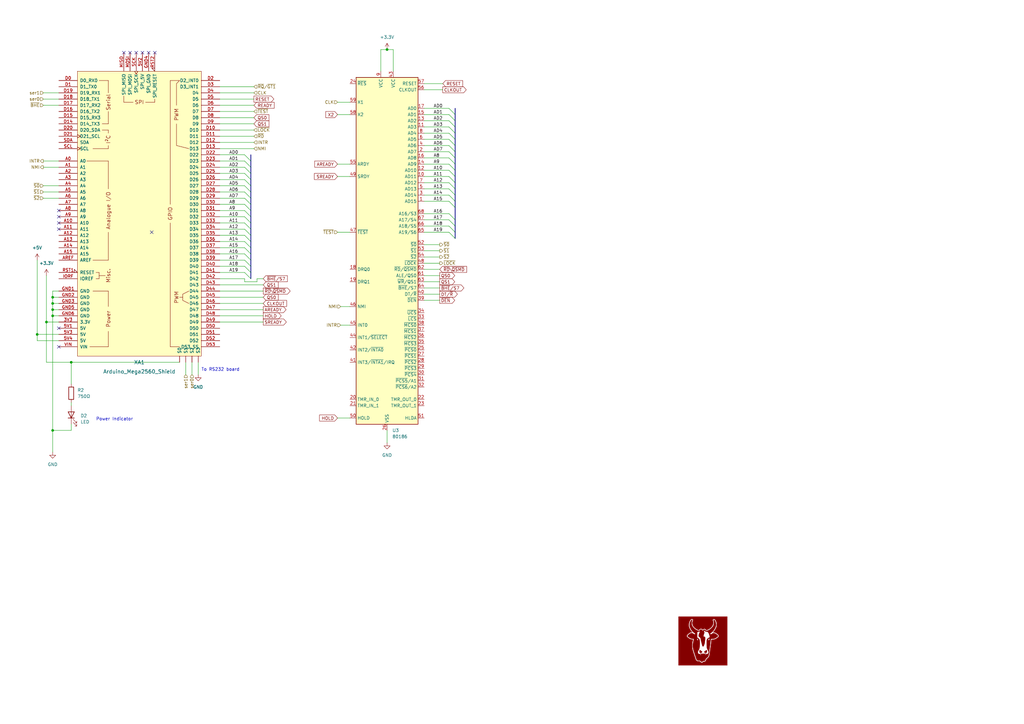
<source format=kicad_sch>
(kicad_sch (version 20250114) (generator "eeschema") (generator_version "9.0")
  (paper "A3")
  (title_block (title "ArduinoX86 80186 Shield") (date "2025-08-29") (rev "v1.0"))
  (lib_symbols
    (symbol "Arduino_Library:Arduino_Mega2560_Shield" (pin_names (offset 1.016))
      (property "Reference" "XA1" (at 0 -60.96 0))
      (property "Value" "Arduino_Mega2560_Shield" (at 0 -64.77 0))
      (symbol "Arduino_Mega2560_Shield_0_0"
        (text "Serial" (at -12.7 45.72 900) (effects (font (size 1.524 1.524))))
        (text "I²C" (at -12.7 30.48 900) (effects (font (size 1.524 1.524))))
        (text "Analogue I/O" (at -12.7 1.27 900) (effects (font (size 1.524 1.524))))
        (text "Misc." (at -12.7 -25.4 900) (effects (font (size 1.524 1.524))))
        (text "Power" (at -12.7 -43.18 900) (effects (font (size 1.524 1.524))))
        (text "SPI" (at 0 45.72 0) (effects (font (size 1.524 1.524))))
        (text "PWM" (at 15.24 40.64 900) (effects (font (size 1.524 1.524))))
        (text "PWM" (at 15.24 -34.29 900) (effects (font (size 1.524 1.524))))
      )
      (symbol "Arduino_Mega2560_Shield_1_0"
        (text "GPIO" (at 12.7 0 900) (effects (font (size 1.524 1.524))))
      )
      (symbol "Arduino_Mega2560_Shield_1_1"
        (pin bidirectional line (at -33.02 54.61 0) (length 7.62) (name "D0_RX0") (number "D0"))
        (pin bidirectional line (at -33.02 52.07 0) (length 7.62) (name "D1_TX0") (number "D1"))
        (pin bidirectional line (at -33.02 49.53 0) (length 7.62) (name "D19_RX1") (number "D19"))
        (pin bidirectional line (at -33.02 46.99 0) (length 7.62) (name "D18_TX1") (number "D18"))
        (pin bidirectional line (at -33.02 44.45 0) (length 7.62) (name "D17_RX2") (number "D17"))
        (pin bidirectional line (at -33.02 41.91 0) (length 7.62) (name "D16_TX2") (number "D16"))
        (pin bidirectional line (at -33.02 39.37 0) (length 7.62) (name "D15_RX3") (number "D15"))
        (pin bidirectional line (at -33.02 36.83 0) (length 7.62) (name "D14_TX3") (number "D14"))
        (pin bidirectional line (at -33.02 34.29 0) (length 7.62) (name "D20_SDA") (number "D20"))
        (pin bidirectional clock (at -33.02 31.75 0) (length 7.62) (name "D21_SCL") (number "D21"))
        (pin bidirectional line (at -33.02 29.21 0) (length 7.62) (name "SDA") (number "SDA"))
        (pin bidirectional clock (at -33.02 26.67 0) (length 7.62) (name "SCL") (number "SCL"))
        (pin bidirectional line (at -33.02 21.59 0) (length 7.62) (name "A0") (number "A0"))
        (pin bidirectional line (at -33.02 19.05 0) (length 7.62) (name "A1") (number "A1"))
        (pin bidirectional line (at -33.02 16.51 0) (length 7.62) (name "A2") (number "A2"))
        (pin bidirectional line (at -33.02 13.97 0) (length 7.62) (name "A3") (number "A3"))
        (pin bidirectional line (at -33.02 11.43 0) (length 7.62) (name "A4") (number "A4"))
        (pin bidirectional line (at -33.02 8.89 0) (length 7.62) (name "A5") (number "A5"))
        (pin bidirectional line (at -33.02 6.35 0) (length 7.62) (name "A6") (number "A6"))
        (pin bidirectional line (at -33.02 3.81 0) (length 7.62) (name "A7") (number "A7"))
        (pin bidirectional line (at -33.02 1.27 0) (length 7.62) (name "A8") (number "A8"))
        (pin bidirectional line (at -33.02 -1.27 0) (length 7.62) (name "A9") (number "A9"))
        (pin bidirectional line (at -33.02 -3.81 0) (length 7.62) (name "A10") (number "A10"))
        (pin bidirectional line (at -33.02 -6.35 0) (length 7.62) (name "A11") (number "A11"))
        (pin bidirectional line (at -33.02 -8.89 0) (length 7.62) (name "A12") (number "A12"))
        (pin bidirectional line (at -33.02 -11.43 0) (length 7.62) (name "A13") (number "A13"))
        (pin bidirectional line (at -33.02 -13.97 0) (length 7.62) (name "A14") (number "A14"))
        (pin bidirectional line (at -33.02 -16.51 0) (length 7.62) (name "A15") (number "A15"))
        (pin input line (at -33.02 -19.05 0) (length 7.62) (name "AREF") (number "AREF"))
        (pin open_collector input_low (at -33.02 -24.13 0) (length 7.62) (name "RESET") (number "RST1"))
        (pin output line (at -33.02 -26.67 0) (length 7.62) (name "IOREF") (number "IORF"))
        (pin power_in line (at -33.02 -31.75 0) (length 7.62) (name "GND") (number "GND1"))
        (pin power_in line (at -33.02 -34.29 0) (length 7.62) (name "GND") (number "GND2"))
        (pin power_in line (at -33.02 -36.83 0) (length 7.62) (name "GND") (number "GND3"))
        (pin power_in line (at -33.02 -39.37 0) (length 7.62) (name "GND") (number "GND5"))
        (pin power_in line (at -33.02 -41.91 0) (length 7.62) (name "GND") (number "GND6"))
        (pin power_out line (at -33.02 -44.45 0) (length 7.62) (name "3.3V") (number "3V3"))
        (pin power_in line (at -33.02 -46.99 0) (length 7.62) (name "5V") (number "5V1"))
        (pin power_in line (at -33.02 -49.53 0) (length 7.62) (name "5V") (number "5V3"))
        (pin power_in line (at -33.02 -52.07 0) (length 7.62) (name "5V") (number "5V4"))
        (pin power_in line (at -33.02 -54.61 0) (length 7.62) (name "VIN") (number "VIN"))
        (pin input line (at -6.35 66.04 270) (length 7.62) (name "SPI_MISO") (number "MISO"))
        (pin output line (at -3.81 66.04 270) (length 7.62) (name "SPI_MOSI") (number "MOSI"))
        (pin output clock (at -1.27 66.04 270) (length 7.62) (name "SPI_SCK") (number "SCK"))
        (pin power_in line (at 1.27 66.04 270) (length 7.62) (name "SPI_5V") (number "5V2"))
        (pin power_in line (at 3.81 66.04 270) (length 7.62) (name "SPI_GND") (number "GND4"))
        (pin open_collector input_low (at 6.35 66.04 270) (length 7.62) (name "SPI_RESET") (number "RST2"))
        (pin power_in line (at 16.51 -60.96 90) (length 2.54) (name "S0") (number ""))
        (pin bidirectional line (at 19.05 -60.96 90) (length 2.54) (name "S1") (number ""))
        (pin bidirectional line (at 21.59 -60.96 90) (length 2.54) (name "S2") (number ""))
        (pin power_in line (at 24.13 -60.96 90) (length 2.54) (name "S3") (number ""))
        (pin bidirectional line (at 33.02 54.61 180) (length 7.62) (name "D2_INT0") (number "D2"))
        (pin bidirectional line (at 33.02 52.07 180) (length 7.62) (name "D3_INT1") (number "D3"))
        (pin bidirectional line (at 33.02 49.53 180) (length 7.62) (name "D4") (number "D4"))
        (pin bidirectional line (at 33.02 46.99 180) (length 7.62) (name "D5") (number "D5"))
        (pin bidirectional line (at 33.02 44.45 180) (length 7.62) (name "D6") (number "D6"))
        (pin bidirectional line (at 33.02 41.91 180) (length 7.62) (name "D7") (number "D7"))
        (pin bidirectional line (at 33.02 39.37 180) (length 7.62) (name "D8") (number "D8"))
        (pin bidirectional line (at 33.02 36.83 180) (length 7.62) (name "D9") (number "D9"))
        (pin bidirectional line (at 33.02 34.29 180) (length 7.62) (name "D10") (number "D10"))
        (pin bidirectional line (at 33.02 31.75 180) (length 7.62) (name "D11") (number "D11"))
        (pin bidirectional line (at 33.02 29.21 180) (length 7.62) (name "D12") (number "D12"))
        (pin bidirectional line (at 33.02 26.67 180) (length 7.62) (name "D13") (number "D13"))
        (pin bidirectional line (at 33.02 24.13 180) (length 7.62) (name "D22") (number "D22"))
        (pin bidirectional line (at 33.02 21.59 180) (length 7.62) (name "D23") (number "D23"))
        (pin bidirectional line (at 33.02 19.05 180) (length 7.62) (name "D24") (number "D24"))
        (pin bidirectional line (at 33.02 16.51 180) (length 7.62) (name "D25") (number "D25"))
        (pin bidirectional line (at 33.02 13.97 180) (length 7.62) (name "D26") (number "D26"))
        (pin bidirectional line (at 33.02 11.43 180) (length 7.62) (name "D27") (number "D27"))
        (pin bidirectional line (at 33.02 8.89 180) (length 7.62) (name "D28") (number "D28"))
        (pin bidirectional line (at 33.02 6.35 180) (length 7.62) (name "D29") (number "D29"))
        (pin bidirectional line (at 33.02 3.81 180) (length 7.62) (name "D30") (number "D30"))
        (pin bidirectional line (at 33.02 1.27 180) (length 7.62) (name "D31") (number "D31"))
        (pin bidirectional line (at 33.02 -1.27 180) (length 7.62) (name "D32") (number "D32"))
        (pin bidirectional line (at 33.02 -3.81 180) (length 7.62) (name "D33") (number "D33"))
        (pin bidirectional line (at 33.02 -6.35 180) (length 7.62) (name "D34") (number "D34"))
        (pin bidirectional line (at 33.02 -8.89 180) (length 7.62) (name "D35") (number "D35"))
        (pin bidirectional line (at 33.02 -11.43 180) (length 7.62) (name "D36") (number "D36"))
        (pin bidirectional line (at 33.02 -13.97 180) (length 7.62) (name "D37") (number "D37"))
        (pin bidirectional line (at 33.02 -16.51 180) (length 7.62) (name "D38") (number "D38"))
        (pin bidirectional line (at 33.02 -19.05 180) (length 7.62) (name "D39") (number "D39"))
        (pin bidirectional line (at 33.02 -21.59 180) (length 7.62) (name "D40") (number "D40"))
        (pin bidirectional line (at 33.02 -24.13 180) (length 7.62) (name "D41") (number "D41"))
        (pin bidirectional line (at 33.02 -26.67 180) (length 7.62) (name "D42") (number "D42"))
        (pin bidirectional line (at 33.02 -29.21 180) (length 7.62) (name "D43") (number "D43"))
        (pin bidirectional line (at 33.02 -31.75 180) (length 7.62) (name "D44") (number "D44"))
        (pin bidirectional line (at 33.02 -34.29 180) (length 7.62) (name "D45") (number "D45"))
        (pin bidirectional line (at 33.02 -36.83 180) (length 7.62) (name "D46") (number "D46"))
        (pin bidirectional line (at 33.02 -39.37 180) (length 7.62) (name "D47") (number "D47"))
        (pin bidirectional line (at 33.02 -41.91 180) (length 7.62) (name "D48") (number "D48"))
        (pin bidirectional line (at 33.02 -44.45 180) (length 7.62) (name "D49") (number "D49"))
        (pin bidirectional line (at 33.02 -46.99 180) (length 7.62) (name "D50") (number "D50"))
        (pin bidirectional line (at 33.02 -49.53 180) (length 7.62) (name "D51") (number "D51"))
        (pin bidirectional line (at 33.02 -52.07 180) (length 7.62) (name "D52") (number "D52"))
        (pin bidirectional line (at 33.02 -54.61 180) (length 7.62) (name "D53_SS") (number "D53"))
      )
    )
    (symbol "Device:LED" (pin_numbers (hide yes)) (pin_names (offset 1.016) (hide yes))
      (property "Reference" "D" (at 0 2.54 0))
      (property "Value" "LED" (at 0 -2.54 0))
      (symbol "LED_1_1"
        (pin passive line (at -3.81 0 0) (length 2.54) (name "K") (number "1"))
        (pin passive line (at 3.81 0 180) (length 2.54) (name "A") (number "2"))
      )
    )
    (symbol "Device:R" (pin_numbers (hide yes)) (pin_names (offset 0))
      (property "Reference" "R" (at 2.032 0 90))
      (property "Value" "R" (at 0 0 90))
      (symbol "R_1_1"
        (pin passive line (at 0 3.81 270) (length 1.27) (name "~") (number "1"))
        (pin passive line (at 0 -3.81 90) (length 1.27) (name "~") (number "2"))
      )
    )
    (symbol "MCU_Intel:80186"
      (property "Reference" "U" (at -12.7 72.39 0))
      (property "Value" "80186" (at 10.16 72.39 0))
      (symbol "80186_1_1"
        (pin input line (at -15.24 68.58 0) (length 2.54) (name "~{RES}") (number "24"))
        (pin input line (at -15.24 60.96 0) (length 2.54) (name "X1") (number "59"))
        (pin output line (at -15.24 55.88 0) (length 2.54) (name "X2") (number "58"))
        (pin input line (at -15.24 35.56 0) (length 2.54) (name "ARDY") (number "55"))
        (pin input line (at -15.24 30.48 0) (length 2.54) (name "SRDY") (number "49"))
        (pin bidirectional line (at -15.24 7.62 0) (length 2.54) (name "~{TEST}") (number "47"))
        (pin input line (at -15.24 -7.62 0) (length 2.54) (name "DRQ0") (number "18"))
        (pin input line (at -15.24 -12.7 0) (length 2.54) (name "DRQ1") (number "19"))
        (pin input line (at -15.24 -22.86 0) (length 2.54) (name "NMI") (number "46"))
        (pin input line (at -15.24 -30.48 0) (length 2.54) (name "INT0") (number "45"))
        (pin input line (at -15.24 -35.56 0) (length 2.54) (name "INT1/~{SELECT}") (number "44"))
        (pin bidirectional line (at -15.24 -40.64 0) (length 2.54) (name "INT2/~{INTA0}") (number "42"))
        (pin bidirectional line (at -15.24 -45.72 0) (length 2.54) (name "INT3/~{INTA1}/IRQ") (number "41"))
        (pin input line (at -15.24 -60.96 0) (length 2.54) (name "TMR_IN_0") (number "20"))
        (pin input line (at -15.24 -63.5 0) (length 2.54) (name "TMR_IN_1") (number "21"))
        (pin input line (at -15.24 -68.58 0) (length 2.54) (name "HOLD") (number "50"))
        (pin power_in line (at -2.54 73.66 270) (length 2.54) (name "VCC") (number "9"))
        (pin power_in line (at 0 -73.66 90) (length 2.54) (name "VSS") (number "26"))
        (pin passive line (at 0 -73.66 90) (length 2.54) (hide yes) (name "VSS") (number "60"))
        (pin power_in line (at 2.54 73.66 270) (length 2.54) (name "VCC") (number "43"))
        (pin output line (at 15.24 68.58 180) (length 2.54) (name "RESET") (number "57"))
        (pin output line (at 15.24 66.04 180) (length 2.54) (name "CLKOUT") (number "56"))
        (pin bidirectional line (at 15.24 58.42 180) (length 2.54) (name "AD0") (number "17"))
        (pin bidirectional line (at 15.24 55.88 180) (length 2.54) (name "AD1") (number "15"))
        (pin bidirectional line (at 15.24 53.34 180) (length 2.54) (name "AD2") (number "13"))
        (pin bidirectional line (at 15.24 50.8 180) (length 2.54) (name "AD3") (number "11"))
        (pin bidirectional line (at 15.24 48.26 180) (length 2.54) (name "AD4") (number "8"))
        (pin bidirectional line (at 15.24 45.72 180) (length 2.54) (name "AD5") (number "6"))
        (pin bidirectional line (at 15.24 43.18 180) (length 2.54) (name "AD6") (number "4"))
        (pin bidirectional line (at 15.24 40.64 180) (length 2.54) (name "AD7") (number "2"))
        (pin bidirectional line (at 15.24 38.1 180) (length 2.54) (name "AD8") (number "16"))
        (pin bidirectional line (at 15.24 35.56 180) (length 2.54) (name "AD9") (number "14"))
        (pin bidirectional line (at 15.24 33.02 180) (length 2.54) (name "AD10") (number "12"))
        (pin bidirectional line (at 15.24 30.48 180) (length 2.54) (name "AD11") (number "10"))
        (pin bidirectional line (at 15.24 27.94 180) (length 2.54) (name "AD12") (number "7"))
        (pin bidirectional line (at 15.24 25.4 180) (length 2.54) (name "AD13") (number "5"))
        (pin bidirectional line (at 15.24 22.86 180) (length 2.54) (name "AD14") (number "3"))
        (pin bidirectional line (at 15.24 20.32 180) (length 2.54) (name "AD15") (number "1"))
        (pin output line (at 15.24 15.24 180) (length 2.54) (name "A16/S3") (number "68"))
        (pin output line (at 15.24 12.7 180) (length 2.54) (name "A17/S4") (number "67"))
        (pin output line (at 15.24 10.16 180) (length 2.54) (name "A18/S5") (number "66"))
        (pin output line (at 15.24 7.62 180) (length 2.54) (name "A19/S6") (number "65"))
        (pin output line (at 15.24 2.54 180) (length 2.54) (name "~{S0}") (number "52"))
        (pin output line (at 15.24 0 180) (length 2.54) (name "~{S1}") (number "53"))
        (pin output line (at 15.24 -2.54 180) (length 2.54) (name "~{S2}") (number "54"))
        (pin output line (at 15.24 -5.08 180) (length 2.54) (name "~{LOCK}") (number "48"))
        (pin output line (at 15.24 -7.62 180) (length 2.54) (name "~{RD}/~{QSMD}") (number "62"))
        (pin output line (at 15.24 -10.16 180) (length 2.54) (name "ALE/QS0") (number "61"))
        (pin output line (at 15.24 -12.7 180) (length 2.54) (name "~{WR}/QS1") (number "63"))
        (pin output line (at 15.24 -15.24 180) (length 2.54) (name "~{BHE}/S7") (number "64"))
        (pin output line (at 15.24 -17.78 180) (length 2.54) (name "DT/~{R}") (number "40"))
        (pin output line (at 15.24 -20.32 180) (length 2.54) (name "~{DEN}") (number "39"))
        (pin output line (at 15.24 -25.4 180) (length 2.54) (name "~{UCS}") (number "34"))
        (pin output line (at 15.24 -27.94 180) (length 2.54) (name "~{LCS}") (number "33"))
        (pin output line (at 15.24 -30.48 180) (length 2.54) (name "~{MCS0}") (number "38"))
        (pin output line (at 15.24 -33.02 180) (length 2.54) (name "~{MCS1}") (number "37"))
        (pin output line (at 15.24 -35.56 180) (length 2.54) (name "~{MCS2}") (number "36"))
        (pin output line (at 15.24 -38.1 180) (length 2.54) (name "~{MCS3}") (number "35"))
        (pin output line (at 15.24 -40.64 180) (length 2.54) (name "~{PCS0}") (number "25"))
        (pin output line (at 15.24 -43.18 180) (length 2.54) (name "~{PCS1}") (number "27"))
        (pin output line (at 15.24 -45.72 180) (length 2.54) (name "~{PCS2}") (number "28"))
        (pin output line (at 15.24 -48.26 180) (length 2.54) (name "~{PCS3}") (number "29"))
        (pin output line (at 15.24 -50.8 180) (length 2.54) (name "~{PCS4}") (number "30"))
        (pin output line (at 15.24 -53.34 180) (length 2.54) (name "~{PCS5}/A1") (number "31"))
        (pin output line (at 15.24 -55.88 180) (length 2.54) (name "~{PCS6}/A2") (number "32"))
        (pin output line (at 15.24 -60.96 180) (length 2.54) (name "TMR_OUT_0") (number "22"))
        (pin output line (at 15.24 -63.5 180) (length 2.54) (name "TMR_OUT_1") (number "23"))
        (pin output line (at 15.24 -68.58 180) (length 2.54) (name "HLDA") (number "51"))
      )
    )
    (symbol "logo:LOGO" (pin_names (offset 1.016)))
    (symbol "power:+3.3V" (power) (pin_names (offset 0))
      (property "Value" "+3.3V" (at 0 3.556 0))
      (symbol "+3.3V_1_1"
        (pin power_in line (at 0 0 90) (length 0) (hide yes) (name "+3.3V") (number "1"))
      )
    )
    (symbol "power:+5V" (power) (pin_names (offset 0))
      (property "Value" "+5V" (at 0 3.556 0))
      (symbol "+5V_1_1"
        (pin power_in line (at 0 0 90) (length 0) (hide yes) (name "+5V") (number "1"))
      )
    )
    (symbol "power:GND" (power) (pin_names (offset 0))
      (property "Value" "GND" (at 0 -3.81 0))
      (symbol "GND_1_1"
        (pin power_in line (at 0 0 270) (length 0) (hide yes) (name "GND") (number "1"))
      )
    )
  )
  (text "Power Indicator" (at 39.37 172.72 0) (effects (font (size 1.27 1.27)) (justify left bottom)))
  (text "To RS232 board" (at 82.55 152.4 0) (effects (font (size 1.27 1.27)) (justify left bottom)))
  (junction (at 158.75 20.32))
  (junction (at 21.59 121.92))
  (junction (at 21.59 129.54))
  (junction (at 21.59 176.53))
  (junction (at 19.05 132.08))
  (junction (at 15.24 137.16))
  (junction (at 29.21 148.59))
  (junction (at 21.59 127))
  (junction (at 21.59 124.46))
  (no_connect (at 24.13 91.44))
  (no_connect (at 50.8 21.59))
  (no_connect (at 53.34 21.59))
  (no_connect (at 55.88 21.59))
  (no_connect (at 24.13 134.62))
  (no_connect (at 62.23 95.25))
  (no_connect (at 24.13 86.36))
  (no_connect (at 24.13 142.24))
  (no_connect (at 58.42 21.59))
  (no_connect (at 60.96 21.59))
  (no_connect (at 63.5 21.59))
  (no_connect (at 24.13 93.98))
  (no_connect (at 24.13 88.9))
  (bus_entry (at 186.69 95.25) (size -2.54 -2.54))
  (bus_entry (at 186.69 72.39) (size -2.54 -2.54))
  (bus_entry (at 102.87 114.3) (size -2.54 -2.54))
  (bus_entry (at 102.87 101.6) (size -2.54 -2.54))
  (bus_entry (at 102.87 104.14) (size -2.54 -2.54))
  (bus_entry (at 102.87 99.06) (size -2.54 -2.54))
  (bus_entry (at 102.87 106.68) (size -2.54 -2.54))
  (bus_entry (at 102.87 111.76) (size -2.54 -2.54))
  (bus_entry (at 102.87 109.22) (size -2.54 -2.54))
  (bus_entry (at 102.87 81.28) (size -2.54 -2.54))
  (bus_entry (at 102.87 83.82) (size -2.54 -2.54))
  (bus_entry (at 102.87 86.36) (size -2.54 -2.54))
  (bus_entry (at 102.87 88.9) (size -2.54 -2.54))
  (bus_entry (at 102.87 66.04) (size -2.54 -2.54))
  (bus_entry (at 102.87 68.58) (size -2.54 -2.54))
  (bus_entry (at 102.87 71.12) (size -2.54 -2.54))
  (bus_entry (at 102.87 73.66) (size -2.54 -2.54))
  (bus_entry (at 102.87 76.2) (size -2.54 -2.54))
  (bus_entry (at 102.87 78.74) (size -2.54 -2.54))
  (bus_entry (at 102.87 91.44) (size -2.54 -2.54))
  (bus_entry (at 102.87 93.98) (size -2.54 -2.54))
  (bus_entry (at 102.87 96.52) (size -2.54 -2.54))
  (bus_entry (at 186.69 90.17) (size -2.54 -2.54))
  (bus_entry (at 186.69 85.09) (size -2.54 -2.54))
  (bus_entry (at 186.69 82.55) (size -2.54 -2.54))
  (bus_entry (at 186.69 67.31) (size -2.54 -2.54))
  (bus_entry (at 186.69 80.01) (size -2.54 -2.54))
  (bus_entry (at 186.69 69.85) (size -2.54 -2.54))
  (bus_entry (at 186.69 49.53) (size -2.54 -2.54))
  (bus_entry (at 186.69 77.47) (size -2.54 -2.54))
  (bus_entry (at 186.69 64.77) (size -2.54 -2.54))
  (bus_entry (at 186.69 74.93) (size -2.54 -2.54))
  (bus_entry (at 186.69 57.15) (size -2.54 -2.54))
  (bus_entry (at 186.69 97.79) (size -2.54 -2.54))
  (bus_entry (at 186.69 62.23) (size -2.54 -2.54))
  (bus_entry (at 186.69 92.71) (size -2.54 -2.54))
  (bus_entry (at 186.69 54.61) (size -2.54 -2.54))
  (bus_entry (at 186.69 59.69) (size -2.54 -2.54))
  (bus_entry (at 186.69 46.99) (size -2.54 -2.54))
  (bus_entry (at 186.69 52.07) (size -2.54 -2.54))
  (wire (pts (xy 19.05 113.03) (xy 19.05 132.08)))
  (wire (pts (xy 81.28 148.59) (xy 81.28 153.67)))
  (wire (pts (xy 173.99 46.99) (xy 184.15 46.99)))
  (wire (pts (xy 29.21 148.59) (xy 29.21 157.48)))
  (wire (pts (xy 173.99 95.25) (xy 184.15 95.25)))
  (wire (pts (xy 90.17 83.82) (xy 100.33 83.82)))
  (wire (pts (xy 90.17 119.38) (xy 107.95 119.38)))
  (bus (pts (xy 102.87 81.28) (xy 102.87 83.82)))
  (wire (pts (xy 105.41 114.3) (xy 105.41 115.57)))
  (wire (pts (xy 17.78 38.1) (xy 24.13 38.1)))
  (bus (pts (xy 186.69 74.93) (xy 186.69 77.47)))
  (bus (pts (xy 102.87 86.36) (xy 102.87 88.9)))
  (wire (pts (xy 90.17 81.28) (xy 100.33 81.28)))
  (wire (pts (xy 19.05 132.08) (xy 24.13 132.08)))
  (wire (pts (xy 107.95 114.3) (xy 105.41 114.3)))
  (bus (pts (xy 102.87 76.2) (xy 102.87 78.74)))
  (wire (pts (xy 173.99 82.55) (xy 184.15 82.55)))
  (wire (pts (xy 90.17 53.34) (xy 104.14 53.34)))
  (wire (pts (xy 90.17 38.1) (xy 104.14 38.1)))
  (wire (pts (xy 173.99 59.69) (xy 184.15 59.69)))
  (wire (pts (xy 173.99 54.61) (xy 184.15 54.61)))
  (wire (pts (xy 173.99 34.29) (xy 181.61 34.29)))
  (wire (pts (xy 90.17 55.88) (xy 104.14 55.88)))
  (wire (pts (xy 21.59 127) (xy 24.13 127)))
  (bus (pts (xy 186.69 82.55) (xy 186.69 85.09)))
  (wire (pts (xy 173.99 62.23) (xy 184.15 62.23)))
  (wire (pts (xy 90.17 86.36) (xy 100.33 86.36)))
  (wire (pts (xy 21.59 176.53) (xy 21.59 185.42)))
  (wire (pts (xy 29.21 148.59) (xy 73.66 148.59)))
  (bus (pts (xy 102.87 71.12) (xy 102.87 73.66)))
  (bus (pts (xy 186.69 77.47) (xy 186.69 80.01)))
  (wire (pts (xy 15.24 137.16) (xy 15.24 139.7)))
  (wire (pts (xy 29.21 176.53) (xy 21.59 176.53)))
  (wire (pts (xy 29.21 173.99) (xy 29.21 176.53)))
  (wire (pts (xy 173.99 67.31) (xy 184.15 67.31)))
  (wire (pts (xy 173.99 115.57) (xy 180.34 115.57)))
  (wire (pts (xy 105.41 115.57) (xy 100.33 115.57)))
  (bus (pts (xy 102.87 104.14) (xy 102.87 106.68)))
  (bus (pts (xy 102.87 111.76) (xy 102.87 114.3)))
  (bus (pts (xy 186.69 59.69) (xy 186.69 62.23)))
  (wire (pts (xy 90.17 99.06) (xy 100.33 99.06)))
  (wire (pts (xy 21.59 121.92) (xy 21.59 124.46)))
  (bus (pts (xy 186.69 85.09) (xy 186.69 90.17)))
  (wire (pts (xy 139.7 133.35) (xy 143.51 133.35)))
  (wire (pts (xy 158.75 176.53) (xy 158.75 181.61)))
  (wire (pts (xy 90.17 116.84) (xy 107.95 116.84)))
  (bus (pts (xy 186.69 80.01) (xy 186.69 82.55)))
  (bus (pts (xy 102.87 88.9) (xy 102.87 91.44)))
  (wire (pts (xy 138.43 41.91) (xy 143.51 41.91)))
  (wire (pts (xy 90.17 91.44) (xy 100.33 91.44)))
  (wire (pts (xy 138.43 95.25) (xy 143.51 95.25)))
  (wire (pts (xy 90.17 93.98) (xy 100.33 93.98)))
  (wire (pts (xy 90.17 114.3) (xy 100.33 114.3)))
  (wire (pts (xy 29.21 165.1) (xy 29.21 166.37)))
  (wire (pts (xy 90.17 66.04) (xy 100.33 66.04)))
  (bus (pts (xy 102.87 101.6) (xy 102.87 104.14)))
  (wire (pts (xy 17.78 78.74) (xy 24.13 78.74)))
  (wire (pts (xy 21.59 119.38) (xy 21.59 121.92)))
  (wire (pts (xy 173.99 107.95) (xy 180.34 107.95)))
  (bus (pts (xy 102.87 99.06) (xy 102.87 101.6)))
  (wire (pts (xy 90.17 121.92) (xy 107.95 121.92)))
  (wire (pts (xy 19.05 148.59) (xy 29.21 148.59)))
  (wire (pts (xy 90.17 40.64) (xy 104.14 40.64)))
  (wire (pts (xy 90.17 35.56) (xy 104.14 35.56)))
  (wire (pts (xy 17.78 66.04) (xy 24.13 66.04)))
  (wire (pts (xy 100.33 115.57) (xy 100.33 114.3)))
  (wire (pts (xy 90.17 96.52) (xy 100.33 96.52)))
  (bus (pts (xy 186.69 64.77) (xy 186.69 67.31)))
  (wire (pts (xy 173.99 72.39) (xy 184.15 72.39)))
  (wire (pts (xy 173.99 64.77) (xy 184.15 64.77)))
  (wire (pts (xy 15.24 106.68) (xy 15.24 137.16)))
  (bus (pts (xy 102.87 78.74) (xy 102.87 81.28)))
  (wire (pts (xy 173.99 90.17) (xy 184.15 90.17)))
  (wire (pts (xy 90.17 60.96) (xy 104.14 60.96)))
  (bus (pts (xy 102.87 109.22) (xy 102.87 111.76)))
  (wire (pts (xy 173.99 49.53) (xy 184.15 49.53)))
  (bus (pts (xy 186.69 67.31) (xy 186.69 69.85)))
  (wire (pts (xy 173.99 52.07) (xy 184.15 52.07)))
  (wire (pts (xy 173.99 36.83) (xy 181.61 36.83)))
  (wire (pts (xy 90.17 127) (xy 107.95 127)))
  (wire (pts (xy 21.59 127) (xy 21.59 129.54)))
  (wire (pts (xy 173.99 87.63) (xy 184.15 87.63)))
  (bus (pts (xy 186.69 72.39) (xy 186.69 74.93)))
  (wire (pts (xy 90.17 109.22) (xy 100.33 109.22)))
  (wire (pts (xy 19.05 132.08) (xy 19.05 148.59)))
  (bus (pts (xy 186.69 46.99) (xy 186.69 49.53)))
  (wire (pts (xy 24.13 137.16) (xy 15.24 137.16)))
  (wire (pts (xy 173.99 57.15) (xy 184.15 57.15)))
  (wire (pts (xy 173.99 77.47) (xy 184.15 77.47)))
  (wire (pts (xy 90.17 48.26) (xy 104.14 48.26)))
  (wire (pts (xy 90.17 111.76) (xy 100.33 111.76)))
  (bus (pts (xy 186.69 90.17) (xy 186.69 92.71)))
  (wire (pts (xy 173.99 80.01) (xy 184.15 80.01)))
  (wire (pts (xy 138.43 46.99) (xy 143.51 46.99)))
  (wire (pts (xy 173.99 110.49) (xy 180.34 110.49)))
  (wire (pts (xy 158.75 20.32) (xy 161.29 20.32)))
  (wire (pts (xy 138.43 67.31) (xy 143.51 67.31)))
  (wire (pts (xy 90.17 45.72) (xy 104.14 45.72)))
  (wire (pts (xy 17.78 40.64) (xy 24.13 40.64)))
  (wire (pts (xy 21.59 129.54) (xy 21.59 176.53)))
  (wire (pts (xy 156.21 29.21) (xy 156.21 20.32)))
  (wire (pts (xy 173.99 105.41) (xy 180.34 105.41)))
  (wire (pts (xy 173.99 118.11) (xy 180.34 118.11)))
  (wire (pts (xy 90.17 71.12) (xy 100.33 71.12)))
  (bus (pts (xy 102.87 63.5) (xy 102.87 66.04)))
  (wire (pts (xy 21.59 129.54) (xy 24.13 129.54)))
  (wire (pts (xy 90.17 58.42) (xy 104.14 58.42)))
  (wire (pts (xy 173.99 123.19) (xy 180.34 123.19)))
  (bus (pts (xy 186.69 44.45) (xy 186.69 46.99)))
  (bus (pts (xy 186.69 95.25) (xy 186.69 97.79)))
  (bus (pts (xy 186.69 57.15) (xy 186.69 59.69)))
  (wire (pts (xy 138.43 72.39) (xy 143.51 72.39)))
  (wire (pts (xy 173.99 120.65) (xy 180.34 120.65)))
  (wire (pts (xy 21.59 121.92) (xy 24.13 121.92)))
  (wire (pts (xy 90.17 78.74) (xy 100.33 78.74)))
  (wire (pts (xy 138.43 171.45) (xy 143.51 171.45)))
  (wire (pts (xy 15.24 139.7) (xy 24.13 139.7)))
  (wire (pts (xy 161.29 20.32) (xy 161.29 29.21)))
  (wire (pts (xy 173.99 100.33) (xy 180.34 100.33)))
  (wire (pts (xy 21.59 124.46) (xy 21.59 127)))
  (bus (pts (xy 102.87 96.52) (xy 102.87 99.06)))
  (wire (pts (xy 173.99 102.87) (xy 180.34 102.87)))
  (wire (pts (xy 173.99 113.03) (xy 180.34 113.03)))
  (wire (pts (xy 90.17 88.9) (xy 100.33 88.9)))
  (wire (pts (xy 17.78 68.58) (xy 24.13 68.58)))
  (wire (pts (xy 90.17 43.18) (xy 104.14 43.18)))
  (wire (pts (xy 173.99 74.93) (xy 184.15 74.93)))
  (wire (pts (xy 173.99 69.85) (xy 184.15 69.85)))
  (wire (pts (xy 90.17 132.08) (xy 107.95 132.08)))
  (wire (pts (xy 90.17 73.66) (xy 100.33 73.66)))
  (wire (pts (xy 17.78 76.2) (xy 24.13 76.2)))
  (wire (pts (xy 90.17 63.5) (xy 100.33 63.5)))
  (bus (pts (xy 102.87 106.68) (xy 102.87 109.22)))
  (wire (pts (xy 90.17 68.58) (xy 100.33 68.58)))
  (wire (pts (xy 17.78 43.18) (xy 24.13 43.18)))
  (wire (pts (xy 90.17 106.68) (xy 100.33 106.68)))
  (bus (pts (xy 186.69 92.71) (xy 186.69 95.25)))
  (wire (pts (xy 90.17 50.8) (xy 104.14 50.8)))
  (bus (pts (xy 102.87 93.98) (xy 102.87 96.52)))
  (wire (pts (xy 17.78 81.28) (xy 24.13 81.28)))
  (wire (pts (xy 173.99 44.45) (xy 184.15 44.45)))
  (bus (pts (xy 186.69 69.85) (xy 186.69 72.39)))
  (bus (pts (xy 102.87 91.44) (xy 102.87 93.98)))
  (wire (pts (xy 90.17 76.2) (xy 100.33 76.2)))
  (wire (pts (xy 21.59 119.38) (xy 24.13 119.38)))
  (wire (pts (xy 76.2 148.59) (xy 76.2 153.67)))
  (bus (pts (xy 102.87 73.66) (xy 102.87 76.2)))
  (wire (pts (xy 90.17 101.6) (xy 100.33 101.6)))
  (wire (pts (xy 173.99 92.71) (xy 184.15 92.71)))
  (wire (pts (xy 156.21 20.32) (xy 158.75 20.32)))
  (bus (pts (xy 102.87 66.04) (xy 102.87 68.58)))
  (wire (pts (xy 90.17 129.54) (xy 107.95 129.54)))
  (bus (pts (xy 186.69 49.53) (xy 186.69 52.07)))
  (bus (pts (xy 102.87 68.58) (xy 102.87 71.12)))
  (bus (pts (xy 186.69 52.07) (xy 186.69 54.61)))
  (wire (pts (xy 78.74 148.59) (xy 78.74 153.67)))
  (wire (pts (xy 21.59 124.46) (xy 24.13 124.46)))
  (wire (pts (xy 139.7 125.73) (xy 143.51 125.73)))
  (bus (pts (xy 186.69 62.23) (xy 186.69 64.77)))
  (wire (pts (xy 90.17 124.46) (xy 107.95 124.46)))
  (wire (pts (xy 90.17 104.14) (xy 100.33 104.14)))
  (bus (pts (xy 102.87 83.82) (xy 102.87 86.36)))
  (bus (pts (xy 186.69 54.61) (xy 186.69 57.15)))
  (label "A12" (at 177.8 74.93 0))
  (label "AD0" (at 93.98 63.5 0))
  (label "AD2" (at 93.98 68.58 0))
  (label "A15" (at 93.98 101.6 0))
  (label "A19" (at 93.98 111.76 0))
  (label "A19" (at 177.8 95.25 0))
  (label "AD3" (at 177.8 52.07 0))
  (label "A12" (at 93.98 93.98 0))
  (label "A17" (at 177.8 90.17 0))
  (label "AD0" (at 177.8 44.45 0))
  (label "AD4" (at 93.98 73.66 0))
  (label "A9" (at 177.8 67.31 0))
  (label "AD1" (at 93.98 66.04 0))
  (label "A11" (at 177.8 72.39 0))
  (label "A16" (at 93.98 104.14 0))
  (label "A8" (at 177.8 64.77 0))
  (label "A13" (at 93.98 96.52 0))
  (label "AD2" (at 177.8 49.53 0))
  (label "A17" (at 93.98 106.68 0))
  (label "A9" (at 93.98 86.36 0))
  (label "A11" (at 93.98 91.44 0))
  (label "AD5" (at 177.8 57.15 0))
  (label "A8" (at 93.98 83.82 0))
  (label "AD3" (at 93.98 71.12 0))
  (label "AD4" (at 177.8 54.61 0))
  (label "A10" (at 177.8 69.85 0))
  (label "A14" (at 177.8 80.01 0))
  (label "A14" (at 93.98 99.06 0))
  (label "A18" (at 177.8 92.71 0))
  (label "A13" (at 177.8 77.47 0))
  (label "A18" (at 93.98 109.22 0))
  (label "A10" (at 93.98 88.9 0))
  (label "AD7" (at 93.98 81.28 0))
  (label "AD7" (at 177.8 62.23 0))
  (label "AD6" (at 177.8 59.69 0))
  (label "A15" (at 177.8 82.55 0))
  (label "AD6" (at 93.98 78.74 0))
  (label "A16" (at 177.8 87.63 0))
  (label "AD5" (at 93.98 76.2 0))
  (label "AD1" (at 177.8 46.99 0))
  (global_label "HOLD" (shape output) (at 107.95 129.54 0) (property "Intersheetrefs" "${INTERSHEET_REFS}" (effects (hide yes))))
  (global_label "QS1" (shape input) (at 107.95 116.84 0) (property "Intersheetrefs" "${INTERSHEET_REFS}" (effects (hide yes))))
  (global_label "SREADY" (shape output) (at 107.95 132.08 0) (property "Intersheetrefs" "${INTERSHEET_REFS}" (effects (hide yes))))
  (global_label "RESET" (shape input) (at 181.61 34.29 0) (property "Intersheetrefs" "${INTERSHEET_REFS}" (effects (hide yes))))
  (global_label "CLKOUT" (shape input) (at 107.95 124.46 0) (property "Intersheetrefs" "${INTERSHEET_REFS}" (effects (hide yes))))
  (global_label "RESET" (shape output) (at 104.14 40.64 0) (property "Intersheetrefs" "${INTERSHEET_REFS}" (effects (hide yes))))
  (global_label "AREADY" (shape input) (at 138.43 67.31 180) (property "Intersheetrefs" "${INTERSHEET_REFS}" (effects (hide yes))))
  (global_label "CLKOUT" (shape output) (at 181.61 36.83 0) (property "Intersheetrefs" "${INTERSHEET_REFS}" (effects (hide yes))))
  (global_label "~{DEN}" (shape output) (at 180.34 123.19 0) (property "Intersheetrefs" "${INTERSHEET_REFS}" (effects (hide yes))))
  (global_label "READY" (shape input) (at 104.14 43.18 0) (property "Intersheetrefs" "${INTERSHEET_REFS}" (effects (hide yes))))
  (global_label "X2" (shape input) (at 138.43 46.99 180) (property "Intersheetrefs" "${INTERSHEET_REFS}" (effects (hide yes))))
  (global_label "QS0" (shape input) (at 107.95 121.92 0) (property "Intersheetrefs" "${INTERSHEET_REFS}" (effects (hide yes))))
  (global_label "QS0" (shape output) (at 180.34 113.03 0) (property "Intersheetrefs" "${INTERSHEET_REFS}" (effects (hide yes))))
  (global_label "~{RD}\\~{QSMD}" (shape input) (at 180.34 110.49 0) (property "Intersheetrefs" "${INTERSHEET_REFS}" (effects (hide yes))))
  (global_label "~{BHE}{slash}S7" (shape input) (at 107.95 114.3 0) (property "Intersheetrefs" "${INTERSHEET_REFS}" (effects (hide yes))))
  (global_label "AREADY" (shape output) (at 107.95 127 0) (property "Intersheetrefs" "${INTERSHEET_REFS}" (effects (hide yes))))
  (global_label "~{BHE}{slash}S7" (shape output) (at 180.34 118.11 0) (property "Intersheetrefs" "${INTERSHEET_REFS}" (effects (hide yes))))
  (global_label "QS0" (shape input) (at 104.14 48.26 0) (property "Intersheetrefs" "${INTERSHEET_REFS}" (effects (hide yes))))
  (global_label "QS1" (shape output) (at 180.34 115.57 0) (property "Intersheetrefs" "${INTERSHEET_REFS}" (effects (hide yes))))
  (global_label "SREADY" (shape input) (at 138.43 72.39 180) (property "Intersheetrefs" "${INTERSHEET_REFS}" (effects (hide yes))))
  (global_label "HOLD" (shape input) (at 138.43 171.45 180) (property "Intersheetrefs" "${INTERSHEET_REFS}" (effects (hide yes))))
  (global_label "~{RD}\\~{QSMD}" (shape output) (at 107.95 119.38 0) (property "Intersheetrefs" "${INTERSHEET_REFS}" (effects (hide yes))))
  (global_label "QS1" (shape input) (at 104.14 50.8 0) (property "Intersheetrefs" "${INTERSHEET_REFS}" (effects (hide yes))))
  (global_label "DT{slash}~{R}" (shape output) (at 180.34 120.65 0) (property "Intersheetrefs" "${INTERSHEET_REFS}" (effects (hide yes))))
  (hierarchical_label "~{S1}" (shape input) (at 17.78 78.74 180))
  (hierarchical_label "~{S1}" (shape output) (at 180.34 102.87 0))
  (hierarchical_label "~{LOCK}" (shape input) (at 104.14 53.34 0))
  (hierarchical_label "ser1" (shape input) (at 17.78 38.1 180))
  (hierarchical_label "~{RQ}{slash}~{GT1}" (shape input) (at 104.14 35.56 0))
  (hierarchical_label "INTR" (shape output) (at 17.78 66.04 180))
  (hierarchical_label "ser1" (shape input) (at 76.2 153.67 270))
  (hierarchical_label "INTR" (shape input) (at 104.14 58.42 0))
  (hierarchical_label "~{S2}" (shape input) (at 17.78 81.28 180))
  (hierarchical_label "NMI" (shape output) (at 17.78 68.58 180))
  (hierarchical_label "~{TEST}" (shape input) (at 138.43 95.25 180))
  (hierarchical_label "~{S2}" (shape output) (at 180.34 105.41 0))
  (hierarchical_label "~{S0}" (shape input) (at 17.78 76.2 180))
  (hierarchical_label "~{LOCK}" (shape output) (at 180.34 107.95 0))
  (hierarchical_label "INTR" (shape input) (at 139.7 133.35 180))
  (hierarchical_label "ser0" (shape input) (at 17.78 40.64 180))
  (hierarchical_label "~{BHE}" (shape input) (at 17.78 43.18 180))
  (hierarchical_label "CLK" (shape input) (at 104.14 38.1 0))
  (hierarchical_label "~{S0}" (shape output) (at 180.34 100.33 0))
  (hierarchical_label "CLK" (shape input) (at 138.43 41.91 180))
  (hierarchical_label "ser0" (shape input) (at 78.74 153.67 270))
  (hierarchical_label "~{TEST}" (shape input) (at 104.14 45.72 0))
  (hierarchical_label "~{RD}" (shape input) (at 104.14 55.88 0))
  (hierarchical_label "NMI" (shape input) (at 104.14 60.96 0))
  (hierarchical_label "NMI" (shape input) (at 139.7 125.73 180))
  (symbol (lib_id "Arduino_Library:Arduino_Mega2560_Shield") (at 57.15 87.63 0) (unit 1)
    (property "Reference" "XA1" (at 57.15 148.59 0) (effects (font (size 1.524 1.524))))
    (property "Value" "Arduino_Mega2560_Shield" (at 57.15 152.4 0) (effects (font (size 1.524 1.524))))
    (property "Footprint" "Arduino_Library:Arduino_Mega2560_Shield" (effects (hide yes)))
    (property "Datasheet" "https://store.arduino.cc/products/arduino-mega-2560-rev3" (effects (hide yes)))
  )
  (symbol (lib_id "power:+3.3V") (at 158.75 20.32 0) (unit 1)
    (property "Reference" "#PWR01" (effects (hide yes)))
    (property "Value" "+3.3V" (at 158.75 15.24 0))
  )
  (symbol (lib_id "power:GND") (at 21.59 185.42 0) (unit 1)
    (property "Reference" "#PWR0101" (effects (hide yes)))
    (property "Value" "GND" (at 21.59 190.5 0))
  )
  (symbol (lib_id "power:+5V") (at 15.24 106.68 0) (unit 1)
    (property "Reference" "#PWR0107" (effects (hide yes)))
    (property "Value" "+5V" (at 15.24 101.6 0))
  )
  (symbol (lib_id "power:+3.3V") (at 19.05 113.03 0) (unit 1)
    (property "Reference" "#PWR0105" (effects (hide yes)))
    (property "Value" "+3.3V" (at 19.05 107.95 0))
  )
  (symbol (lib_id "power:GND") (at 81.28 153.67 0) (unit 1)
    (property "Reference" "#PWR0110" (effects (hide yes)))
    (property "Value" "GND" (at 81.28 158.75 0))
  )
  (symbol (lib_id "Device:LED") (at 29.21 170.18 90) (unit 1)
    (property "Reference" "D2" (at 33.02 170.4974 90) (effects (justify right)))
    (property "Value" "LED" (at 33.02 173.0374 90) (effects (justify right)))
    (property "Footprint" "LED_SMD:LED_0805_2012Metric_Pad1.15x1.40mm_HandSolder" (effects (hide yes)))
  )
  (symbol (lib_id "MCU_Intel:80186") (at 158.75 102.87 0) (unit 1)
    (property "Reference" "U3" (at 160.8933 176.53 0) (effects (justify left)))
    (property "Value" "80186" (at 160.8933 179.07 0) (effects (justify left)))
    (property "Footprint" "plcc:PLCC-68_286-THT-Socket" (effects (hide yes)))
    (property "Datasheet" "http://datasheets.chipdb.org/Intel/x86/8018x/datashts/27243002.PDF" (effects (hide yes)))
    (property "Description" "High-Integration 16-Bit Microprocessor" (effects (hide yes)))
  )
  (symbol (lib_id "logo:LOGO") (at 288.29 262.89 0) (unit 1)
    (property "Reference" "#G1" (effects (hide yes)))
    (property "Value" "LOGO" (effects (hide yes)))
  )
  (symbol (lib_id "power:GND") (at 158.75 181.61 0) (unit 1)
    (property "Reference" "#PWR02" (effects (hide yes)))
    (property "Value" "GND" (at 158.75 186.69 0))
  )
  (symbol (lib_id "Device:R") (at 29.21 161.29 0) (unit 1)
    (property "Reference" "R2" (at 31.75 160.0199 0) (effects (justify left)))
    (property "Value" "750Ω" (at 31.75 162.5599 0) (effects (justify left)))
    (property "Footprint" "Resistor_SMD:R_0805_2012Metric_Pad1.20x1.40mm_HandSolder" (effects (hide yes)))
  )
)
</source>
